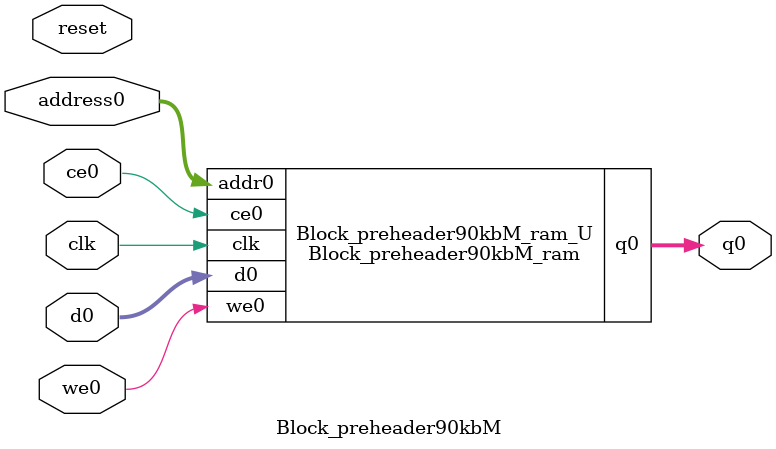
<source format=v>
`timescale 1 ns / 1 ps
module Block_preheader90kbM_ram (addr0, ce0, d0, we0, q0,  clk);

parameter DWIDTH = 4;
parameter AWIDTH = 14;
parameter MEM_SIZE = 13284;

input[AWIDTH-1:0] addr0;
input ce0;
input[DWIDTH-1:0] d0;
input we0;
output reg[DWIDTH-1:0] q0;
input clk;

(* ram_style = "block" *)reg [DWIDTH-1:0] ram[0:MEM_SIZE-1];




always @(posedge clk)  
begin 
    if (ce0) begin
        if (we0) 
            ram[addr0] <= d0; 
        q0 <= ram[addr0];
    end
end


endmodule

`timescale 1 ns / 1 ps
module Block_preheader90kbM(
    reset,
    clk,
    address0,
    ce0,
    we0,
    d0,
    q0);

parameter DataWidth = 32'd4;
parameter AddressRange = 32'd13284;
parameter AddressWidth = 32'd14;
input reset;
input clk;
input[AddressWidth - 1:0] address0;
input ce0;
input we0;
input[DataWidth - 1:0] d0;
output[DataWidth - 1:0] q0;



Block_preheader90kbM_ram Block_preheader90kbM_ram_U(
    .clk( clk ),
    .addr0( address0 ),
    .ce0( ce0 ),
    .we0( we0 ),
    .d0( d0 ),
    .q0( q0 ));

endmodule


</source>
